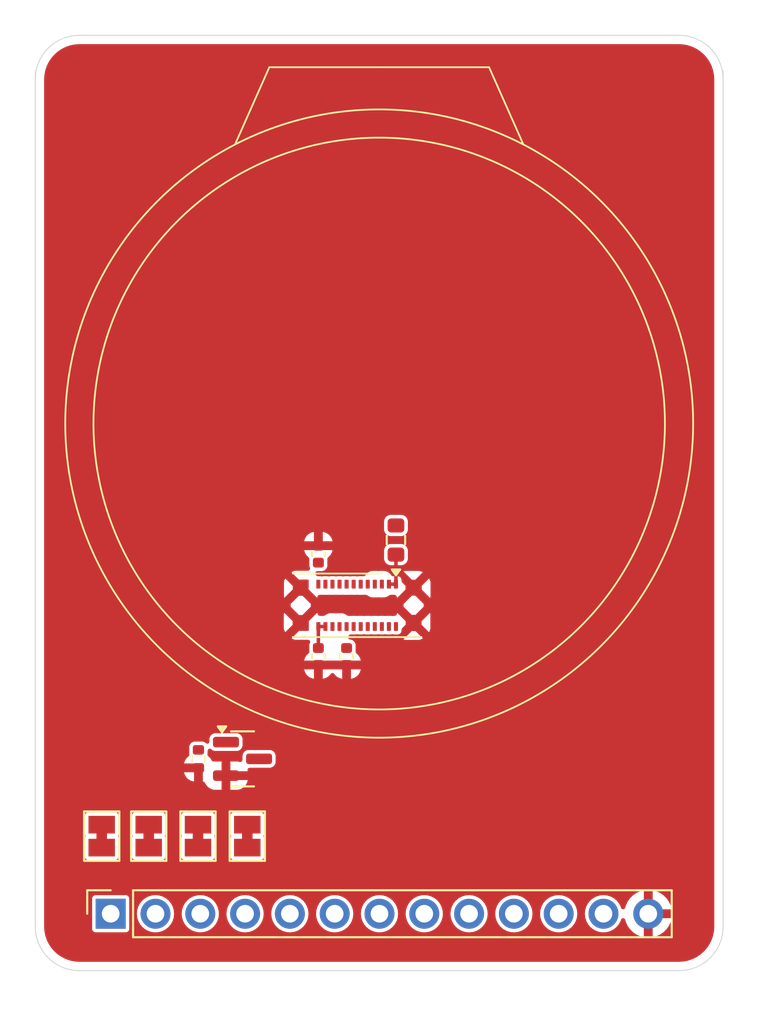
<source format=kicad_pcb>
(kicad_pcb (version 20240108) (generator "pcbnew") (generator_version "8.0")
  (layers (0 "F.Cu" signal) (31 "B.Cu" signal) (34 "B.Paste" user) (35 "F.Paste" user) (36 "B.SilkS" user "B.Silkscreen") (37 "F.SilkS" user "F.Silkscreen") (38 "B.Mask" user) (39 "F.Mask" user) (44 "Edge.Cuts" user))
  (net 0 "")
  (net 1 "GND")
  (net 2 "/VDDIO")
  (net 3 "/LCD_~{CS}")
  (net 4 "/AVDD")
  (net 5 "/LCD_~{RESET}")
  (net 6 "/LCD_SCK")
  (net 8 "/LEDK")
  (net 9 "/LEDA")
  (net 10 "/CTP_INT")
  (net 11 "/LCD_MOSI")
  (net 12 "/LCD_DCX")
  (net 13 "/LCD_MISO")
  (net 14 "/CTP_SDA")
  (net 15 "/CTP_~{RESET}")
  (net 16 "/CTP_SCL")
  (net 17 "+1.8V")
  (net 18 "/CTP_VDD")
  (net 19 "+3.3V")
  (net 20 "Net-(Q1-D)")
  (net 21 "/LCD_BACKLIGHT")
  (footprint "Jumper:SolderJumper-2_P1.3mm_Bridged_Pad1.0x1.5mm" (layer "F.Cu") (at 135.432 120.378 -90)
    (property "Reference" "JP2" (hide yes))
    (property "Value" "Jumper_2_Small_Bridged")
    (fp_poly (pts (xy -0.25 -0.3) (xy 0.25 -0.3) (xy 0.25 0.3) (xy -0.25 0.3)) (fill solid) (layer "F.Cu"))
    (fp_line (start -1.4 1) (end -1.4 -1) (stroke (width 0.12)) (layer "F.SilkS"))
    (fp_line (start 1.4 1) (end -1.4 1) (stroke (width 0.12)) (layer "F.SilkS"))
    (fp_line (start -1.4 -1) (end 1.4 -1) (stroke (width 0.12)) (layer "F.SilkS"))
    (fp_line (start 1.4 -1) (end 1.4 1) (stroke (width 0.12)) (layer "F.SilkS"))
    (pad "1" smd rect (at -0.65 0 270) (size 1 1.5) (layers "F.Cu" "F.Mask") (net 18 "/CTP_VDD"))
    (pad "2" smd rect (at 0.65 0 270) (size 1 1.5) (layers "F.Cu" "F.Mask") (net 19 "+3.3V"))
  )
  (footprint "Jumper:SolderJumper-2_P1.3mm_Bridged_Pad1.0x1.5mm" (layer "F.Cu") (at 138.226 120.378 -90)
    (property "Reference" "JP3" (hide yes))
    (property "Value" "Jumper_2_Small_Bridged")
    (fp_poly (pts (xy -0.25 -0.3) (xy 0.25 -0.3) (xy 0.25 0.3) (xy -0.25 0.3)) (fill solid) (layer "F.Cu"))
    (fp_line (start -1.4 1) (end -1.4 -1) (stroke (width 0.12)) (layer "F.SilkS"))
    (fp_line (start 1.4 1) (end -1.4 1) (stroke (width 0.12)) (layer "F.SilkS"))
    (fp_line (start -1.4 -1) (end 1.4 -1) (stroke (width 0.12)) (layer "F.SilkS"))
    (fp_line (start 1.4 -1) (end 1.4 1) (stroke (width 0.12)) (layer "F.SilkS"))
    (pad "1" smd rect (at -0.65 0 270) (size 1 1.5) (layers "F.Cu" "F.Mask") (net 9 "/LEDA"))
    (pad "2" smd rect (at 0.65 0 270) (size 1 1.5) (layers "F.Cu" "F.Mask") (net 19 "+3.3V"))
  )
  (footprint "Resistor_SMD:R_0402_1005Metric" (layer "F.Cu") (at 138.25 116 -90)
    (property "Reference" "R2" (hide yes))
    (property "Value" "1MR")
    (fp_line (start -0.153641 0.38) (end 0.153641 0.38) (stroke (width 0.12)) (layer "F.SilkS"))
    (fp_line (start -0.153641 -0.38) (end 0.153641 -0.38) (stroke (width 0.12)) (layer "F.SilkS"))
    (pad "1" smd roundrect (at -0.51 0 270) (size 0.54 0.64) (layers "F.Cu" "F.Paste" "F.Mask") (net 21 "/LCD_BACKLIGHT"))
    (pad "2" smd roundrect (at 0.51 0 270) (size 0.54 0.64) (layers "F.Cu" "F.Paste" "F.Mask") (net 1 "GND"))
  )
  (footprint "Capacitor_SMD:C_0402_1005Metric" (layer "F.Cu") (at 146.65 110.2 -90)
    (property "Reference" "C3" (hide yes))
    (property "Value" "1uF")
    (fp_line (start -0.107836 0.36) (end 0.107836 0.36) (stroke (width 0.12)) (layer "F.SilkS"))
    (fp_line (start -0.107836 -0.36) (end 0.107836 -0.36) (stroke (width 0.12)) (layer "F.SilkS"))
    (pad "1" smd roundrect (at -0.48 0 270) (size 0.56 0.62) (layers "F.Cu" "F.Paste" "F.Mask") (net 18 "/CTP_VDD"))
    (pad "2" smd roundrect (at 0.48 0 270) (size 0.56 0.62) (layers "F.Cu" "F.Paste" "F.Mask") (net 1 "GND"))
  )
  (footprint "Jumper:SolderJumper-2_P1.3mm_Bridged_Pad1.0x1.5mm" (layer "F.Cu") (at 141.02 120.378 -90)
    (property "Reference" "JP4" (hide yes))
    (property "Value" "Jumper_2_Small_Bridged")
    (fp_poly (pts (xy -0.25 -0.3) (xy 0.25 -0.3) (xy 0.25 0.3) (xy -0.25 0.3)) (fill solid) (layer "F.Cu"))
    (fp_line (start -1.4 1) (end -1.4 -1) (stroke (width 0.12)) (layer "F.SilkS"))
    (fp_line (start 1.4 1) (end -1.4 1) (stroke (width 0.12)) (layer "F.SilkS"))
    (fp_line (start -1.4 -1) (end 1.4 -1) (stroke (width 0.12)) (layer "F.SilkS"))
    (fp_line (start 1.4 -1) (end 1.4 1) (stroke (width 0.12)) (layer "F.SilkS"))
    (pad "1" smd rect (at -0.65 0 270) (size 1 1.5) (layers "F.Cu" "F.Mask") (net 2 "/VDDIO"))
    (pad "2" smd rect (at 0.65 0 270) (size 1 1.5) (layers "F.Cu" "F.Mask") (net 17 "+1.8V"))
  )
  (footprint "Connector_PinSocket_2.54mm:PinSocket_1x13_P2.54mm_Vertical" (layer "F.Cu") (at 133.275 124.775 90)
    (property "Reference" "J2" (hide yes))
    (property "Value" "Conn_01x13_Pin")
    (fp_line (start 1.33 -1.33) (end 1.33 0) (stroke (width 0.12)) (layer "F.SilkS"))
    (fp_line (start 0 -1.33) (end 1.33 -1.33) (stroke (width 0.12)) (layer "F.SilkS"))
    (fp_line (start 1.33 1.27) (end 1.33 31.81) (stroke (width 0.12)) (layer "F.SilkS"))
    (fp_line (start -1.33 1.27) (end 1.33 1.27) (stroke (width 0.12)) (layer "F.SilkS"))
    (fp_line (start -1.33 1.27) (end -1.33 31.81) (stroke (width 0.12)) (layer "F.SilkS"))
    (fp_line (start -1.33 31.81) (end 1.33 31.81) (stroke (width 0.12)) (layer "F.SilkS"))
    (pad "1" thru_hole rect (at 0 0 90) (size 1.7 1.7) (drill 1) (layers "*.Cu" "*.Mask") (net 19 "+3.3V"))
    (pad "2" thru_hole oval (at 0 2.54 90) (size 1.7 1.7) (drill 1) (layers "*.Cu" "*.Mask") (net 17 "+1.8V"))
    (pad "3" thru_hole oval (at 0 5.08 90) (size 1.7 1.7) (drill 1) (layers "*.Cu" "*.Mask") (net 12 "/LCD_DCX"))
    (pad "4" thru_hole oval (at 0 7.62 90) (size 1.7 1.7) (drill 1) (layers "*.Cu" "*.Mask") (net 11 "/LCD_MOSI"))
    (pad "5" thru_hole oval (at 0 10.16 90) (size 1.7 1.7) (drill 1) (layers "*.Cu" "*.Mask") (net 13 "/LCD_MISO"))
    (pad "6" thru_hole oval (at 0 12.7 90) (size 1.7 1.7) (drill 1) (layers "*.Cu" "*.Mask") (net 6 "/LCD_SCK"))
    (pad "7" thru_hole oval (at 0 15.24 90) (size 1.7 1.7) (drill 1) (layers "*.Cu" "*.Mask") (net 3 "/LCD_~{CS}"))
    (pad "8" thru_hole oval (at 0 17.78 90) (size 1.7 1.7) (drill 1) (layers "*.Cu" "*.Mask") (net 5 "/LCD_~{RESET}"))
    (pad "9" thru_hole oval (at 0 20.32 90) (size 1.7 1.7) (drill 1) (layers "*.Cu" "*.Mask") (net 15 "/CTP_~{RESET}"))
    (pad "10" thru_hole oval (at 0 22.86 90) (size 1.7 1.7) (drill 1) (layers "*.Cu" "*.Mask") (net 14 "/CTP_SDA"))
    (pad "11" thru_hole oval (at 0 25.4 90) (size 1.7 1.7) (drill 1) (layers "*.Cu" "*.Mask") (net 16 "/CTP_SCL"))
    (pad "12" thru_hole oval (at 0 27.94 90) (size 1.7 1.7) (drill 1) (layers "*.Cu" "*.Mask") (net 10 "/CTP_INT"))
    (pad "13" thru_hole oval (at 0 30.48 90) (size 1.7 1.7) (drill 1) (layers "*.Cu" "*.Mask") (net 1 "GND"))
  )
  (footprint "Package_TO_SOT_SMD:SOT-23" (layer "F.Cu") (at 140.75 116)
    (property "Reference" "Q1" (hide yes))
    (property "Value" "Q_NMOS_GSD")
    (fp_line (start 0 -1.56) (end -0.65 -1.56) (stroke (width 0.12)) (layer "F.SilkS"))
    (fp_line (start 0 -1.56) (end 0.65 -1.56) (stroke (width 0.12)) (layer "F.SilkS"))
    (fp_line (start 0 1.56) (end -0.65 1.56) (stroke (width 0.12)) (layer "F.SilkS"))
    (fp_line (start 0 1.56) (end 0.65 1.56) (stroke (width 0.12)) (layer "F.SilkS"))
    (fp_poly (pts (xy -1.1625 -1.51) (xy -1.4025 -1.84) (xy -0.9225 -1.84) (xy -1.1625 -1.51)) (stroke (width 0.12)) (fill solid) (layer "F.SilkS"))
    (pad "1" smd roundrect (at -0.9375 -0.95) (size 1.475 0.6) (layers "F.Cu" "F.Paste" "F.Mask") (net 21 "/LCD_BACKLIGHT"))
    (pad "2" smd roundrect (at -0.9375 0.95) (size 1.475 0.6) (layers "F.Cu" "F.Paste" "F.Mask") (net 1 "GND"))
    (pad "3" smd roundrect (at 0.9375 0) (size 1.475 0.6) (layers "F.Cu" "F.Paste" "F.Mask") (net 20 "Net-(Q1-D)"))
  )
  (footprint "hlord2000-Connector_YXT:YXT-BB10-24S-02" (layer "F.Cu") (at 147.25 107.3)
    (property "Reference" "J1" (hide yes))
    (property "Value" "Conn_01x24_MountingPin")
    (fp_line (start -3.65 -1.8) (end 1.4 -1.8) (stroke (width 0.1)) (layer "F.SilkS"))
    (fp_line (start -3.65 1.8) (end 3.65 1.8) (stroke (width 0.1)) (layer "F.SilkS"))
    (fp_poly (pts (xy 2.2 -1.7) (xy 1.96 -2.03) (xy 2.44 -2.03) (xy 2.2 -1.7)) (stroke (width 0.12)) (fill solid) (layer "F.SilkS"))
    (pad "1" smd roundrect (at 2.2 -1.2) (size 0.23 0.5) (layers "F.Cu" "F.Paste" "F.Mask") (roundrect_rratio 0.15) (net 8 "/LEDK"))
    (pad "2" smd roundrect (at 1.8 -1.2) (size 0.23 0.5) (layers "F.Cu" "F.Paste" "F.Mask") (roundrect_rratio 0.15) (net 8 "/LEDK"))
    (pad "3" smd roundrect (at 1.4 -1.2) (size 0.23 0.5) (layers "F.Cu" "F.Paste" "F.Mask") (roundrect_rratio 0.15) (net 1 "GND"))
    (pad "4" smd roundrect (at 1 -1.2) (size 0.23 0.5) (layers "F.Cu" "F.Paste" "F.Mask") (roundrect_rratio 0.15) (net 1 "GND"))
    (pad "5" smd roundrect (at 0.6 -1.2) (size 0.23 0.5) (layers "F.Cu" "F.Paste" "F.Mask") (roundrect_rratio 0.15) (net 12 "/LCD_DCX"))
    (pad "6" smd roundrect (at 0.2 -1.2) (size 0.23 0.5) (layers "F.Cu" "F.Paste" "F.Mask") (roundrect_rratio 0.15) (net 11 "/LCD_MOSI"))
    (pad "7" smd roundrect (at -0.2 -1.2) (size 0.23 0.5) (layers "F.Cu" "F.Paste" "F.Mask") (roundrect_rratio 0.15) (net 13 "/LCD_MISO"))
    (pad "8" smd roundrect (at -0.6 -1.2) (size 0.23 0.5) (layers "F.Cu" "F.Paste" "F.Mask") (roundrect_rratio 0.15) (net 6 "/LCD_SCK"))
    (pad "9" smd roundrect (at -1 -1.2) (size 0.23 0.5) (layers "F.Cu" "F.Paste" "F.Mask") (roundrect_rratio 0.15) (net 3 "/LCD_~{CS}"))
    (pad "10" smd roundrect (at -1.4 -1.2) (size 0.23 0.5) (layers "F.Cu" "F.Paste" "F.Mask") (roundrect_rratio 0.15) (net 5 "/LCD_~{RESET}"))
    (pad "11" smd roundrect (at -1.8 -1.2) (size 0.23 0.5) (layers "F.Cu" "F.Paste" "F.Mask") (roundrect_rratio 0.15) (net 2 "/VDDIO"))
    (pad "12" smd roundrect (at -2.2 -1.2) (size 0.23 0.5) (layers "F.Cu" "F.Paste" "F.Mask") (roundrect_rratio 0.15) (net 2 "/VDDIO"))
    (pad "13" smd roundrect (at -2.2 1.2) (size 0.23 0.5) (layers "F.Cu" "F.Paste" "F.Mask") (roundrect_rratio 0.15) (net 4 "/AVDD"))
    (pad "14" smd roundrect (at -1.8 1.2) (size 0.23 0.5) (layers "F.Cu" "F.Paste" "F.Mask") (roundrect_rratio 0.15) (net 4 "/AVDD"))
    (pad "15" smd roundrect (at -1.4 1.2) (size 0.23 0.5) (layers "F.Cu" "F.Paste" "F.Mask") (roundrect_rratio 0.15) (net 1 "GND"))
    (pad "16" smd roundrect (at -1 1.2) (size 0.23 0.5) (layers "F.Cu" "F.Paste" "F.Mask") (roundrect_rratio 0.15) (net 1 "GND"))
    (pad "17" smd roundrect (at -0.6 1.2) (size 0.23 0.5) (layers "F.Cu" "F.Paste" "F.Mask") (roundrect_rratio 0.15) (net 18 "/CTP_VDD"))
    (pad "18" smd roundrect (at -0.2 1.2) (size 0.23 0.5) (layers "F.Cu" "F.Paste" "F.Mask") (roundrect_rratio 0.15) (net 15 "/CTP_~{RESET}"))
    (pad "19" smd roundrect (at 0.2 1.2) (size 0.23 0.5) (layers "F.Cu" "F.Paste" "F.Mask") (roundrect_rratio 0.15) (net 14 "/CTP_SDA"))
    (pad "20" smd roundrect (at 0.6 1.2) (size 0.23 0.5) (layers "F.Cu" "F.Paste" "F.Mask") (roundrect_rratio 0.15) (net 16 "/CTP_SCL"))
    (pad "21" smd roundrect (at 1 1.2) (size 0.23 0.5) (layers "F.Cu" "F.Paste" "F.Mask") (roundrect_rratio 0.15) (net 10 "/CTP_INT"))
    (pad "22" smd roundrect (at 1.4 1.2) (size 0.23 0.5) (layers "F.Cu" "F.Paste" "F.Mask") (roundrect_rratio 0.15))
    (pad "23" smd roundrect (at 1.8 1.2) (size 0.23 0.5) (layers "F.Cu" "F.Paste" "F.Mask") (roundrect_rratio 0.15) (net 9 "/LEDA"))
    (pad "24" smd roundrect (at 2.2 1.2) (size 0.23 0.5) (layers "F.Cu" "F.Paste" "F.Mask") (roundrect_rratio 0.15) (net 9 "/LEDA"))
    (pad "MP" smd roundrect (at -3.2 -1) (size 0.9 0.92) (layers "F.Cu" "F.Paste" "F.Mask") (roundrect_rratio 0.05) (chamfer_ratio 0.235602094) (chamfer top_left) (net 1 "GND"))
    (pad "MP" smd roundrect (at -3.2 1 90) (size 0.9 0.92) (layers "F.Cu" "F.Paste" "F.Mask") (roundrect_rratio 0.05) (chamfer_ratio 0.235602094) (chamfer top_left) (net 1 "GND"))
    (pad "MP" smd roundrect (at 3.2 -1 270) (size 0.9 0.92) (layers "F.Cu" "F.Paste" "F.Mask") (roundrect_rratio 0.05) (chamfer_ratio 0.235602094) (chamfer top_left) (net 1 "GND"))
    (pad "MP" smd roundrect (at 3.2 1 180) (size 0.9 0.92) (layers "F.Cu" "F.Paste" "F.Mask") (roundrect_rratio 0.05) (chamfer_ratio 0.235602094) (chamfer top_left) (net 1 "GND"))
  )
  (footprint "Capacitor_SMD:C_0402_1005Metric" (layer "F.Cu") (at 145.05 104.4 90)
    (property "Reference" "C1" (hide yes))
    (property "Value" "1uF")
    (fp_line (start -0.107836 -0.36) (end 0.107836 -0.36) (stroke (width 0.12)) (layer "F.SilkS"))
    (fp_line (start -0.107836 0.36) (end 0.107836 0.36) (stroke (width 0.12)) (layer "F.SilkS"))
    (pad "1" smd roundrect (at -0.48 0 90) (size 0.56 0.62) (layers "F.Cu" "F.Paste" "F.Mask") (net 2 "/VDDIO"))
    (pad "2" smd roundrect (at 0.48 0 90) (size 0.56 0.62) (layers "F.Cu" "F.Paste" "F.Mask") (net 1 "GND"))
  )
  (footprint "Resistor_SMD:R_0603_1608Metric" (layer "F.Cu") (at 149.45 103.6 90)
    (property "Reference" "R1" (hide yes))
    (property "Value" "10R")
    (fp_line (start -0.237258 -0.5225) (end 0.237258 -0.5225) (stroke (width 0.12)) (layer "F.SilkS"))
    (fp_line (start -0.237258 0.5225) (end 0.237258 0.5225) (stroke (width 0.12)) (layer "F.SilkS"))
    (pad "1" smd roundrect (at -0.825 0 90) (size 0.8 0.95) (layers "F.Cu" "F.Paste" "F.Mask") (net 8 "/LEDK"))
    (pad "2" smd roundrect (at 0.825 0 90) (size 0.8 0.95) (layers "F.Cu" "F.Paste" "F.Mask") (net 20 "Net-(Q1-D)"))
  )
  (footprint "Capacitor_SMD:C_0402_1005Metric" (layer "F.Cu") (at 145.05 110.2 -90)
    (property "Reference" "C2" (hide yes))
    (property "Value" "1uF")
    (fp_line (start -0.107836 0.36) (end 0.107836 0.36) (stroke (width 0.12)) (layer "F.SilkS"))
    (fp_line (start -0.107836 -0.36) (end 0.107836 -0.36) (stroke (width 0.12)) (layer "F.SilkS"))
    (pad "1" smd roundrect (at -0.48 0 270) (size 0.56 0.62) (layers "F.Cu" "F.Paste" "F.Mask") (net 4 "/AVDD"))
    (pad "2" smd roundrect (at 0.48 0 270) (size 0.56 0.62) (layers "F.Cu" "F.Paste" "F.Mask") (net 1 "GND"))
  )
  (footprint "Jumper:SolderJumper-2_P1.3mm_Bridged_Pad1.0x1.5mm" (layer "F.Cu") (at 132.767 120.378 -90)
    (property "Reference" "JP1" (hide yes))
    (property "Value" "Jumper_2_Small_Bridged")
    (fp_poly (pts (xy -0.25 -0.3) (xy 0.25 -0.3) (xy 0.25 0.3) (xy -0.25 0.3)) (fill solid) (layer "F.Cu"))
    (fp_line (start -1.4 1) (end -1.4 -1) (stroke (width 0.12)) (layer "F.SilkS"))
    (fp_line (start 1.4 1) (end -1.4 1) (stroke (width 0.12)) (layer "F.SilkS"))
    (fp_line (start -1.4 -1) (end 1.4 -1) (stroke (width 0.12)) (layer "F.SilkS"))
    (fp_line (start 1.4 -1) (end 1.4 1) (stroke (width 0.12)) (layer "F.SilkS"))
    (pad "1" smd rect (at -0.65 0 270) (size 1 1.5) (layers "F.Cu" "F.Mask") (net 4 "/AVDD"))
    (pad "2" smd rect (at 0.65 0 270) (size 1 1.5) (layers "F.Cu" "F.Mask") (net 19 "+3.3V"))
  )
  (gr_line (start 156.66633 81.169303) (end 154.73 76.81) (stroke (width 0.1)) (layer "F.SilkS"))
  (gr_circle (center 148.5 97) (end 132.3 97) (stroke (width 0.1)) (fill none) (layer "F.SilkS"))
  (gr_line (start 140.33367 81.169303) (end 142.27 76.81) (stroke (width 0.1)) (layer "F.SilkS"))
  (gr_line (start 148.5 76.81) (end 154.73 76.81) (stroke (width 0.1)) (layer "F.SilkS"))
  (gr_line (start 148.5 76.81) (end 142.27 76.81) (stroke (width 0.1)) (layer "F.SilkS"))
  (gr_circle (center 148.5 97) (end 130.7 97) (stroke (width 0.1)) (fill none) (layer "F.SilkS"))
  (gr_line (start 168 77) (end 168 125.5) (stroke (width 0.05)) (layer "Edge.Cuts"))
  (gr_arc (start 129 77.5) (mid 129.732233 75.732233) (end 131.5 75) (stroke (width 0.05)) (layer "Edge.Cuts"))
  (gr_arc (start 165.5 75) (mid 167.267767 75.732233) (end 168 77.5) (stroke (width 0.05)) (layer "Edge.Cuts"))
  (gr_line (start 165.5 128) (end 131.5 128) (stroke (width 0.05)) (layer "Edge.Cuts"))
  (gr_arc (start 168 125.5) (mid 167.267767 127.267767) (end 165.5 128) (stroke (width 0.05)) (layer "Edge.Cuts"))
  (gr_line (start 129 125.5) (end 129 77) (stroke (width 0.05)) (layer "Edge.Cuts"))
  (gr_line (start 131.5 75) (end 165.5 75) (stroke (width 0.05)) (layer "Edge.Cuts"))
  (gr_arc (start 131.5 128) (mid 129.732233 127.267767) (end 129 125.5) (stroke (width 0.05)) (layer "Edge.Cuts"))
  (segment (start 145.05 108.5) (end 145.435 108.5) (width 0.2) (layer "F.Cu") (net 4))
  (segment (start 145.05 109.72) (end 145.05 108.5) (width 0.2) (layer "F.Cu") (net 4))
  (segment (start 149.45 106.1) (end 149.065 106.1) (width 0.2) (layer "F.Cu") (net 8))
  (segment (start 149.45 104.425) (end 149.45 106.1) (width 0.2) (layer "F.Cu") (net 8))
  (zone (net 1) (net_name "GND") (layer "F.Cu") (connect_pads (clearance 0)) (min_thickness 0.25) (fill yes (thermal_gap 0.5) (thermal_bridge_width 0.5))
    (polygon (pts (xy 170 130) (xy 170 73) (xy 127 73) (xy 127 130)))
  )
)
</source>
